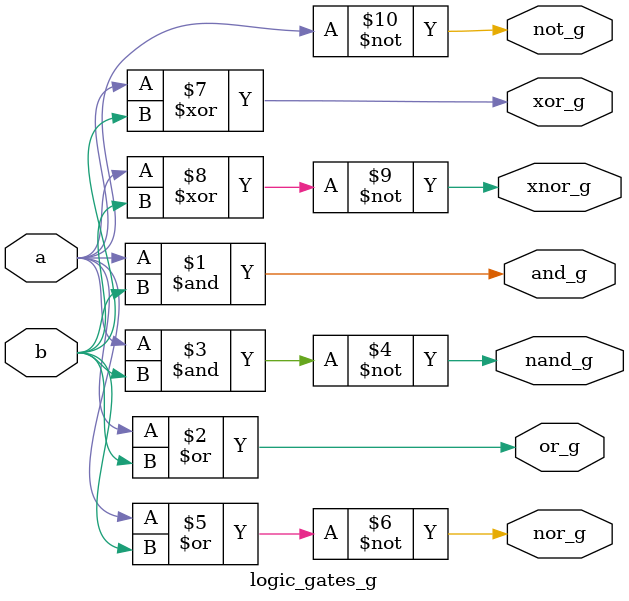
<source format=v>
`timescale 1ns / 1ps
module logic_gates_g(
    input a, b,
    output and_g,
    output or_g,
    output not_g,
    output nand_g,
    output nor_g,
    output xor_g,
    output xnor_g
);
    and  andgate(and_g, a, b);
    or   orgate(or_g, a, b);
    not  notgate(not_g, a);
    nand nandgate(nand_g, a, b);
    nor  norgate(nor_g, a, b);
    xor  xorgate(xor_g, a, b);
    xnor xnorgate(xnor_g, a, b);
endmodule

</source>
